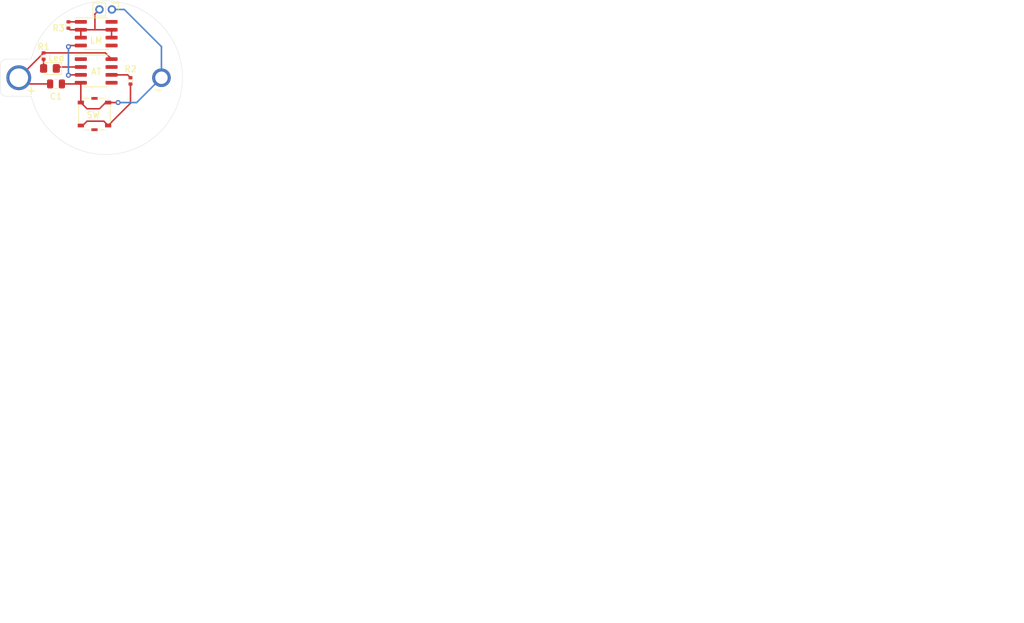
<source format=kicad_pcb>
(kicad_pcb (version 20171130) (host pcbnew "(5.1.12)-1")

  (general
    (thickness 1.6)
    (drawings 11)
    (tracks 46)
    (zones 0)
    (modules 11)
    (nets 13)
  )

  (page A4)
  (layers
    (0 F.Cu signal)
    (31 B.Cu signal)
    (32 B.Adhes user hide)
    (33 F.Adhes user hide)
    (34 B.Paste user hide)
    (35 F.Paste user hide)
    (36 B.SilkS user)
    (37 F.SilkS user)
    (38 B.Mask user)
    (39 F.Mask user)
    (40 Dwgs.User user hide)
    (41 Cmts.User user hide)
    (42 Eco1.User user hide)
    (43 Eco2.User user hide)
    (44 Edge.Cuts user)
    (45 Margin user hide)
    (46 B.CrtYd user hide)
    (47 F.CrtYd user hide)
    (48 B.Fab user hide)
    (49 F.Fab user hide)
  )

  (setup
    (last_trace_width 0.25)
    (trace_clearance 0.2)
    (zone_clearance 0.508)
    (zone_45_only no)
    (trace_min 0.2)
    (via_size 0.8)
    (via_drill 0.4)
    (via_min_size 0.4)
    (via_min_drill 0.3)
    (uvia_size 0.3)
    (uvia_drill 0.1)
    (uvias_allowed no)
    (uvia_min_size 0.2)
    (uvia_min_drill 0.1)
    (edge_width 0.05)
    (segment_width 0.2)
    (pcb_text_width 0.3)
    (pcb_text_size 1.5 1.5)
    (mod_edge_width 0.12)
    (mod_text_size 1 1)
    (mod_text_width 0.15)
    (pad_size 3 3)
    (pad_drill 2)
    (pad_to_mask_clearance 0)
    (aux_axis_origin 0 0)
    (visible_elements FFFFFF7F)
    (pcbplotparams
      (layerselection 0x010f0_ffffffff)
      (usegerberextensions false)
      (usegerberattributes true)
      (usegerberadvancedattributes true)
      (creategerberjobfile true)
      (excludeedgelayer true)
      (linewidth 0.100000)
      (plotframeref false)
      (viasonmask true)
      (mode 1)
      (useauxorigin false)
      (hpglpennumber 1)
      (hpglpenspeed 20)
      (hpglpendiameter 15.000000)
      (psnegative false)
      (psa4output false)
      (plotreference true)
      (plotvalue true)
      (plotinvisibletext false)
      (padsonsilk false)
      (subtractmaskfromsilk false)
      (outputformat 1)
      (mirror false)
      (drillshape 0)
      (scaleselection 1)
      (outputdirectory "gerber and drill files/"))
  )

  (net 0 "")
  (net 1 "Net-(AT1-Pad1)")
  (net 2 "Net-(AT1-Pad2)")
  (net 3 "Net-(AT1-Pad3)")
  (net 4 GND)
  (net 5 "Net-(AT1-Pad5)")
  (net 6 "Net-(AT1-Pad6)")
  (net 7 "Net-(AT1-Pad7)")
  (net 8 +3V3)
  (net 9 "Net-(LED1-Pad2)")
  (net 10 "Net-(LM1-Pad2)")
  (net 11 "Net-(LM1-Pad1)")
  (net 12 "Net-(R2-Pad1)")

  (net_class Default "This is the default net class."
    (clearance 0.2)
    (trace_width 0.25)
    (via_dia 0.8)
    (via_drill 0.4)
    (uvia_dia 0.3)
    (uvia_drill 0.1)
    (add_net +3V3)
    (add_net GND)
    (add_net "Net-(AT1-Pad1)")
    (add_net "Net-(AT1-Pad2)")
    (add_net "Net-(AT1-Pad3)")
    (add_net "Net-(AT1-Pad5)")
    (add_net "Net-(AT1-Pad6)")
    (add_net "Net-(AT1-Pad7)")
    (add_net "Net-(LED1-Pad2)")
    (add_net "Net-(LM1-Pad1)")
    (add_net "Net-(LM1-Pad2)")
    (add_net "Net-(R2-Pad1)")
  )

  (module Battery:BatteryHolder_Keystone_105_1x2430 (layer F.Cu) (tedit 62588CB0) (tstamp 62589211)
    (at 120 86)
    (descr http://www.keyelco.com/product-pdf.cfm?p=745)
    (tags "Keystone type 105 battery holder")
    (path /6258AB53)
    (fp_text reference " " (at 3 2) (layer F.SilkS)
      (effects (font (size 1 1) (thickness 0.15)))
    )
    (fp_text value 3.3V (at 0 2.54) (layer F.Fab) hide
      (effects (font (size 1 1) (thickness 0.15)))
    )
    (fp_line (start 0 -1.3) (end 0 1.3) (layer F.Fab) (width 0.1))
    (fp_text user + (at 2 2) (layer F.SilkS)
      (effects (font (size 1.5 1.5) (thickness 0.15)))
    )
    (fp_text user %R (at 0 0) (layer F.Fab) hide
      (effects (font (size 1 1) (thickness 0.15)))
    )
    (pad 2 thru_hole circle (at 22.99 0) (size 3 3) (drill 2) (layers *.Cu *.Mask)
      (net 4 GND))
    (pad 1 thru_hole circle (at 0 0) (size 4 4) (drill 3) (layers *.Cu *.Mask)
      (net 8 +3V3))
    (model ${KISYS3DMOD}/Battery.3dshapes/BatteryHolder_Keystone_105_1x2430.wrl
      (at (xyz 0 0 0))
      (scale (xyz 1 1 1))
      (rotate (xyz 0 0 0))
    )
  )

  (module "" (layer F.Cu) (tedit 0) (tstamp 0)
    (at 146 87)
    (fp_text reference "" (at 132.475 86.635) (layer F.SilkS)
      (effects (font (size 1.27 1.27) (thickness 0.15)))
    )
    (fp_text value "" (at 132.475 86.635) (layer F.SilkS)
      (effects (font (size 1.27 1.27) (thickness 0.15)))
    )
    (fp_text user "200 Ω" (at 133.475 85.635) (layer F.Fab)
      (effects (font (size 1 1) (thickness 0.15)))
    )
  )

  (module Button_Switch_SMD:SW_SPST_Panasonic_EVQPL_3PL_5PL_PT_A15 (layer F.Cu) (tedit 5A02FC95) (tstamp 625892B2)
    (at 132.2 91.85 270)
    (descr "Light Touch Switch, http://industrial.panasonic.com/cdbs/www-data/pdf/ATK0000/ATK0000CE3.pdf")
    (tags "SMD SMT SPST EVQPL EVQPT")
    (path /62595B96)
    (attr smd)
    (fp_text reference SW (at 0.15 0.2 180) (layer F.SilkS)
      (effects (font (size 1 1) (thickness 0.15)))
    )
    (fp_text value " " (at 0 4 90) (layer F.Fab)
      (effects (font (size 1 1) (thickness 0.15)))
    )
    (fp_line (start -3.25 3.2) (end 3.25 3.2) (layer F.CrtYd) (width 0.05))
    (fp_line (start -3.25 -3.2) (end 3.25 -3.2) (layer F.CrtYd) (width 0.05))
    (fp_line (start 3.25 3.2) (end 3.25 -3.2) (layer F.CrtYd) (width 0.05))
    (fp_line (start 2.55 0.675) (end 2.55 1.7) (layer F.SilkS) (width 0.12))
    (fp_line (start 2.55 -1.7) (end 2.55 -0.675) (layer F.SilkS) (width 0.12))
    (fp_line (start -2.55 0.675) (end -2.55 1.7) (layer F.SilkS) (width 0.12))
    (fp_line (start -1.375 2.55) (end 1.375 2.55) (layer F.SilkS) (width 0.12))
    (fp_line (start -2.45 -2.45) (end -2.45 2.45) (layer F.Fab) (width 0.1))
    (fp_line (start -2.45 -2.45) (end 2.45 -2.45) (layer F.Fab) (width 0.1))
    (fp_line (start 2.45 -2.45) (end 2.45 2.45) (layer F.Fab) (width 0.1))
    (fp_line (start 2.45 2.45) (end -2.45 2.45) (layer F.Fab) (width 0.1))
    (fp_circle (center 0 0) (end 1.2 0) (layer F.Fab) (width 0.1))
    (fp_line (start -1.375 -2.55) (end 1.375 -2.55) (layer F.SilkS) (width 0.12))
    (fp_line (start -2.55 -1.7) (end -2.55 -0.675) (layer F.SilkS) (width 0.12))
    (fp_line (start -3.25 3.2) (end -3.25 -3.2) (layer F.CrtYd) (width 0.05))
    (fp_text user %R (at 0 -4 90) (layer F.Fab)
      (effects (font (size 1 1) (thickness 0.15)))
    )
    (pad 1 smd rect (at -1.85 2.2 270) (size 0.6 1) (layers F.Cu F.Paste F.Mask)
      (net 4 GND))
    (pad 1 smd rect (at -1.85 -2.2 270) (size 0.6 1) (layers F.Cu F.Paste F.Mask)
      (net 4 GND))
    (pad 2 smd rect (at 1.85 -2.2 270) (size 0.6 1) (layers F.Cu F.Paste F.Mask)
      (net 12 "Net-(R2-Pad1)"))
    (pad 2 smd rect (at 1.85 2.2 270) (size 0.6 1) (layers F.Cu F.Paste F.Mask)
      (net 12 "Net-(R2-Pad1)"))
    (pad 0 smd rect (at -2.525 0 270) (size 0.45 1) (layers F.Cu F.Paste F.Mask))
    (pad 0 smd rect (at 2.525 0 270) (size 0.45 1) (layers F.Cu F.Paste F.Mask))
    (model ${KISYS3DMOD}/Button_Switch_SMD.3dshapes/SW_SPST_Panasonic_EVQPL_3PL_5PL_PT_A15.wrl
      (at (xyz 0 0 0))
      (scale (xyz 1 1 1))
      (rotate (xyz 0 0 0))
    )
  )

  (module Package_SO:SOIC-8_3.9x4.9mm_P1.27mm (layer F.Cu) (tedit 5D9F72B1) (tstamp 625891E2)
    (at 132.475 84.905)
    (descr "SOIC, 8 Pin (JEDEC MS-012AA, https://www.analog.com/media/en/package-pcb-resources/package/pkg_pdf/soic_narrow-r/r_8.pdf), generated with kicad-footprint-generator ipc_gullwing_generator.py")
    (tags "SOIC SO")
    (path /62589A77)
    (attr smd)
    (fp_text reference AT (at 0 0.095) (layer F.SilkS)
      (effects (font (size 1 1) (thickness 0.15)))
    )
    (fp_text value ATtiny13V-10SSU (at 0 3.4) (layer F.Fab)
      (effects (font (size 1 1) (thickness 0.15)))
    )
    (fp_line (start 3.7 -2.7) (end -3.7 -2.7) (layer F.CrtYd) (width 0.05))
    (fp_line (start 3.7 2.7) (end 3.7 -2.7) (layer F.CrtYd) (width 0.05))
    (fp_line (start -3.7 2.7) (end 3.7 2.7) (layer F.CrtYd) (width 0.05))
    (fp_line (start -3.7 -2.7) (end -3.7 2.7) (layer F.CrtYd) (width 0.05))
    (fp_line (start -1.95 -1.475) (end -0.975 -2.45) (layer F.Fab) (width 0.1))
    (fp_line (start -1.95 2.45) (end -1.95 -1.475) (layer F.Fab) (width 0.1))
    (fp_line (start 1.95 2.45) (end -1.95 2.45) (layer F.Fab) (width 0.1))
    (fp_line (start 1.95 -2.45) (end 1.95 2.45) (layer F.Fab) (width 0.1))
    (fp_line (start -0.975 -2.45) (end 1.95 -2.45) (layer F.Fab) (width 0.1))
    (fp_line (start 0 -2.56) (end -3.45 -2.56) (layer F.SilkS) (width 0.12))
    (fp_line (start 0 -2.56) (end 1.95 -2.56) (layer F.SilkS) (width 0.12))
    (fp_line (start 0 2.56) (end -1.95 2.56) (layer F.SilkS) (width 0.12))
    (fp_line (start 0 2.56) (end 1.95 2.56) (layer F.SilkS) (width 0.12))
    (fp_text user %R (at 0 0) (layer F.Fab)
      (effects (font (size 0.98 0.98) (thickness 0.15)))
    )
    (pad 1 smd roundrect (at -2.475 -1.905) (size 1.95 0.6) (layers F.Cu F.Paste F.Mask) (roundrect_rratio 0.25)
      (net 1 "Net-(AT1-Pad1)"))
    (pad 2 smd roundrect (at -2.475 -0.635) (size 1.95 0.6) (layers F.Cu F.Paste F.Mask) (roundrect_rratio 0.25)
      (net 2 "Net-(AT1-Pad2)"))
    (pad 3 smd roundrect (at -2.475 0.635) (size 1.95 0.6) (layers F.Cu F.Paste F.Mask) (roundrect_rratio 0.25)
      (net 3 "Net-(AT1-Pad3)"))
    (pad 4 smd roundrect (at -2.475 1.905) (size 1.95 0.6) (layers F.Cu F.Paste F.Mask) (roundrect_rratio 0.25)
      (net 4 GND))
    (pad 5 smd roundrect (at 2.475 1.905) (size 1.95 0.6) (layers F.Cu F.Paste F.Mask) (roundrect_rratio 0.25)
      (net 5 "Net-(AT1-Pad5)"))
    (pad 6 smd roundrect (at 2.475 0.635) (size 1.95 0.6) (layers F.Cu F.Paste F.Mask) (roundrect_rratio 0.25)
      (net 6 "Net-(AT1-Pad6)"))
    (pad 7 smd roundrect (at 2.475 -0.635) (size 1.95 0.6) (layers F.Cu F.Paste F.Mask) (roundrect_rratio 0.25)
      (net 7 "Net-(AT1-Pad7)"))
    (pad 8 smd roundrect (at 2.475 -1.905) (size 1.95 0.6) (layers F.Cu F.Paste F.Mask) (roundrect_rratio 0.25)
      (net 8 +3V3))
    (model ${KISYS3DMOD}/Package_SO.3dshapes/SOIC-8_3.9x4.9mm_P1.27mm.wrl
      (at (xyz 0 0 0))
      (scale (xyz 1 1 1))
      (rotate (xyz 0 0 0))
    )
  )

  (module Capacitor_SMD:C_0805_2012Metric (layer F.Cu) (tedit 5F68FEEE) (tstamp 62589222)
    (at 126 87)
    (descr "Capacitor SMD 0805 (2012 Metric), square (rectangular) end terminal, IPC_7351 nominal, (Body size source: IPC-SM-782 page 76, https://www.pcb-3d.com/wordpress/wp-content/uploads/ipc-sm-782a_amendment_1_and_2.pdf, https://docs.google.com/spreadsheets/d/1BsfQQcO9C6DZCsRaXUlFlo91Tg2WpOkGARC1WS5S8t0/edit?usp=sharing), generated with kicad-footprint-generator")
    (tags capacitor)
    (path /625977F0)
    (attr smd)
    (fp_text reference C1 (at 0 2) (layer F.SilkS)
      (effects (font (size 1 1) (thickness 0.15)))
    )
    (fp_text value "1 μF" (at 0 1.68) (layer F.Fab)
      (effects (font (size 1 1) (thickness 0.15)))
    )
    (fp_line (start 1.7 0.98) (end -1.7 0.98) (layer F.CrtYd) (width 0.05))
    (fp_line (start 1.7 -0.98) (end 1.7 0.98) (layer F.CrtYd) (width 0.05))
    (fp_line (start -1.7 -0.98) (end 1.7 -0.98) (layer F.CrtYd) (width 0.05))
    (fp_line (start -1.7 0.98) (end -1.7 -0.98) (layer F.CrtYd) (width 0.05))
    (fp_line (start -0.261252 0.735) (end 0.261252 0.735) (layer F.SilkS) (width 0.12))
    (fp_line (start -0.261252 -0.735) (end 0.261252 -0.735) (layer F.SilkS) (width 0.12))
    (fp_line (start 1 0.625) (end -1 0.625) (layer F.Fab) (width 0.1))
    (fp_line (start 1 -0.625) (end 1 0.625) (layer F.Fab) (width 0.1))
    (fp_line (start -1 -0.625) (end 1 -0.625) (layer F.Fab) (width 0.1))
    (fp_line (start -1 0.625) (end -1 -0.625) (layer F.Fab) (width 0.1))
    (fp_text user %R (at 0 0) (layer F.Fab)
      (effects (font (size 0.5 0.5) (thickness 0.08)))
    )
    (pad 1 smd roundrect (at -0.95 0) (size 1 1.45) (layers F.Cu F.Paste F.Mask) (roundrect_rratio 0.25)
      (net 8 +3V3))
    (pad 2 smd roundrect (at 0.95 0) (size 1 1.45) (layers F.Cu F.Paste F.Mask) (roundrect_rratio 0.25)
      (net 4 GND))
    (model ${KISYS3DMOD}/Capacitor_SMD.3dshapes/C_0805_2012Metric.wrl
      (at (xyz 0 0 0))
      (scale (xyz 1 1 1))
      (rotate (xyz 0 0 0))
    )
  )

  (module LED_SMD:LED_0805_2012Metric_Pad1.15x1.40mm_HandSolder (layer F.Cu) (tedit 5F68FEF1) (tstamp 62589235)
    (at 125.025 84.5 180)
    (descr "LED SMD 0805 (2012 Metric), square (rectangular) end terminal, IPC_7351 nominal, (Body size source: https://docs.google.com/spreadsheets/d/1BsfQQcO9C6DZCsRaXUlFlo91Tg2WpOkGARC1WS5S8t0/edit?usp=sharing), generated with kicad-footprint-generator")
    (tags "LED handsolder")
    (path /6258E4E1)
    (attr smd)
    (fp_text reference Led (at -1.025 1.7) (layer F.SilkS)
      (effects (font (size 1 1) (thickness 0.15)))
    )
    (fp_text value Red (at 0 1.65) (layer F.Fab)
      (effects (font (size 1 1) (thickness 0.15)))
    )
    (fp_line (start 1.85 0.95) (end -1.85 0.95) (layer F.CrtYd) (width 0.05))
    (fp_line (start 1.85 -0.95) (end 1.85 0.95) (layer F.CrtYd) (width 0.05))
    (fp_line (start -1.85 -0.95) (end 1.85 -0.95) (layer F.CrtYd) (width 0.05))
    (fp_line (start -1.85 0.95) (end -1.85 -0.95) (layer F.CrtYd) (width 0.05))
    (fp_line (start -1.86 0.96) (end 1 0.96) (layer F.SilkS) (width 0.12))
    (fp_line (start -1.86 -0.96) (end -1.86 0.96) (layer F.SilkS) (width 0.12))
    (fp_line (start 1 -0.96) (end -1.86 -0.96) (layer F.SilkS) (width 0.12))
    (fp_line (start 1 0.6) (end 1 -0.6) (layer F.Fab) (width 0.1))
    (fp_line (start -1 0.6) (end 1 0.6) (layer F.Fab) (width 0.1))
    (fp_line (start -1 -0.3) (end -1 0.6) (layer F.Fab) (width 0.1))
    (fp_line (start -0.7 -0.6) (end -1 -0.3) (layer F.Fab) (width 0.1))
    (fp_line (start 1 -0.6) (end -0.7 -0.6) (layer F.Fab) (width 0.1))
    (fp_text user %R (at 0 0) (layer F.Fab)
      (effects (font (size 0.5 0.5) (thickness 0.08)))
    )
    (pad 1 smd roundrect (at -1.025 0 180) (size 1.15 1.4) (layers F.Cu F.Paste F.Mask) (roundrect_rratio 0.2173904347826087)
      (net 2 "Net-(AT1-Pad2)"))
    (pad 2 smd roundrect (at 1.025 0 180) (size 1.15 1.4) (layers F.Cu F.Paste F.Mask) (roundrect_rratio 0.2173904347826087)
      (net 9 "Net-(LED1-Pad2)"))
    (model ${KISYS3DMOD}/LED_SMD.3dshapes/LED_0805_2012Metric.wrl
      (at (xyz 0 0 0))
      (scale (xyz 1 1 1))
      (rotate (xyz 0 0 0))
    )
  )

  (module Package_SO:SOIC-8_3.9x4.9mm_P1.27mm (layer F.Cu) (tedit 5D9F72B1) (tstamp 6258924F)
    (at 132.475 78.905)
    (descr "SOIC, 8 Pin (JEDEC MS-012AA, https://www.analog.com/media/en/package-pcb-resources/package/pkg_pdf/soic_narrow-r/r_8.pdf), generated with kicad-footprint-generator ipc_gullwing_generator.py")
    (tags "SOIC SO")
    (path /6258DB0B)
    (attr smd)
    (fp_text reference LM (at 0 1.095) (layer F.SilkS)
      (effects (font (size 1 1) (thickness 0.15)))
    )
    (fp_text value LM334M (at 0 3.4) (layer F.Fab)
      (effects (font (size 1 1) (thickness 0.15)))
    )
    (fp_text user %R (at 0 0) (layer F.Fab)
      (effects (font (size 0.98 0.98) (thickness 0.15)))
    )
    (fp_line (start 0 2.56) (end 1.95 2.56) (layer F.SilkS) (width 0.12))
    (fp_line (start 0 2.56) (end -1.95 2.56) (layer F.SilkS) (width 0.12))
    (fp_line (start 0 -2.56) (end 1.95 -2.56) (layer F.SilkS) (width 0.12))
    (fp_line (start 0 -2.56) (end -3.45 -2.56) (layer F.SilkS) (width 0.12))
    (fp_line (start -0.975 -2.45) (end 1.95 -2.45) (layer F.Fab) (width 0.1))
    (fp_line (start 1.95 -2.45) (end 1.95 2.45) (layer F.Fab) (width 0.1))
    (fp_line (start 1.95 2.45) (end -1.95 2.45) (layer F.Fab) (width 0.1))
    (fp_line (start -1.95 2.45) (end -1.95 -1.475) (layer F.Fab) (width 0.1))
    (fp_line (start -1.95 -1.475) (end -0.975 -2.45) (layer F.Fab) (width 0.1))
    (fp_line (start -3.7 -2.7) (end -3.7 2.7) (layer F.CrtYd) (width 0.05))
    (fp_line (start -3.7 2.7) (end 3.7 2.7) (layer F.CrtYd) (width 0.05))
    (fp_line (start 3.7 2.7) (end 3.7 -2.7) (layer F.CrtYd) (width 0.05))
    (fp_line (start 3.7 -2.7) (end -3.7 -2.7) (layer F.CrtYd) (width 0.05))
    (pad 8 smd roundrect (at 2.475 -1.905) (size 1.95 0.6) (layers F.Cu F.Paste F.Mask) (roundrect_rratio 0.25))
    (pad 7 smd roundrect (at 2.475 -0.635) (size 1.95 0.6) (layers F.Cu F.Paste F.Mask) (roundrect_rratio 0.25)
      (net 10 "Net-(LM1-Pad2)"))
    (pad 6 smd roundrect (at 2.475 0.635) (size 1.95 0.6) (layers F.Cu F.Paste F.Mask) (roundrect_rratio 0.25)
      (net 10 "Net-(LM1-Pad2)"))
    (pad 5 smd roundrect (at 2.475 1.905) (size 1.95 0.6) (layers F.Cu F.Paste F.Mask) (roundrect_rratio 0.25))
    (pad 4 smd roundrect (at -2.475 1.905) (size 1.95 0.6) (layers F.Cu F.Paste F.Mask) (roundrect_rratio 0.25)
      (net 3 "Net-(AT1-Pad3)"))
    (pad 3 smd roundrect (at -2.475 0.635) (size 1.95 0.6) (layers F.Cu F.Paste F.Mask) (roundrect_rratio 0.25)
      (net 10 "Net-(LM1-Pad2)"))
    (pad 2 smd roundrect (at -2.475 -0.635) (size 1.95 0.6) (layers F.Cu F.Paste F.Mask) (roundrect_rratio 0.25)
      (net 10 "Net-(LM1-Pad2)"))
    (pad 1 smd roundrect (at -2.475 -1.905) (size 1.95 0.6) (layers F.Cu F.Paste F.Mask) (roundrect_rratio 0.25)
      (net 11 "Net-(LM1-Pad1)"))
    (model ${KISYS3DMOD}/Package_SO.3dshapes/SOIC-8_3.9x4.9mm_P1.27mm.wrl
      (at (xyz 0 0 0))
      (scale (xyz 1 1 1))
      (rotate (xyz 0 0 0))
    )
  )

  (module Resistor_SMD:R_0402_1005Metric (layer F.Cu) (tedit 5F68FEEE) (tstamp 62589260)
    (at 124 82.51 270)
    (descr "Resistor SMD 0402 (1005 Metric), square (rectangular) end terminal, IPC_7351 nominal, (Body size source: IPC-SM-782 page 72, https://www.pcb-3d.com/wordpress/wp-content/uploads/ipc-sm-782a_amendment_1_and_2.pdf), generated with kicad-footprint-generator")
    (tags resistor)
    (path /6259CAD1)
    (attr smd)
    (fp_text reference R1 (at -1.51 0 180) (layer F.SilkS)
      (effects (font (size 1 1) (thickness 0.15)))
    )
    (fp_text value "1 kΩ" (at 0 1.17 90) (layer F.Fab)
      (effects (font (size 1 1) (thickness 0.15)))
    )
    (fp_line (start 0.93 0.47) (end -0.93 0.47) (layer F.CrtYd) (width 0.05))
    (fp_line (start 0.93 -0.47) (end 0.93 0.47) (layer F.CrtYd) (width 0.05))
    (fp_line (start -0.93 -0.47) (end 0.93 -0.47) (layer F.CrtYd) (width 0.05))
    (fp_line (start -0.93 0.47) (end -0.93 -0.47) (layer F.CrtYd) (width 0.05))
    (fp_line (start -0.153641 0.38) (end 0.153641 0.38) (layer F.SilkS) (width 0.12))
    (fp_line (start -0.153641 -0.38) (end 0.153641 -0.38) (layer F.SilkS) (width 0.12))
    (fp_line (start 0.525 0.27) (end -0.525 0.27) (layer F.Fab) (width 0.1))
    (fp_line (start 0.525 -0.27) (end 0.525 0.27) (layer F.Fab) (width 0.1))
    (fp_line (start -0.525 -0.27) (end 0.525 -0.27) (layer F.Fab) (width 0.1))
    (fp_line (start -0.525 0.27) (end -0.525 -0.27) (layer F.Fab) (width 0.1))
    (fp_text user %R (at 0 0 90) (layer F.Fab)
      (effects (font (size 0.26 0.26) (thickness 0.04)))
    )
    (pad 1 smd roundrect (at -0.51 0 270) (size 0.54 0.64) (layers F.Cu F.Paste F.Mask) (roundrect_rratio 0.25)
      (net 8 +3V3))
    (pad 2 smd roundrect (at 0.51 0 270) (size 0.54 0.64) (layers F.Cu F.Paste F.Mask) (roundrect_rratio 0.25)
      (net 9 "Net-(LED1-Pad2)"))
    (model ${KISYS3DMOD}/Resistor_SMD.3dshapes/R_0402_1005Metric.wrl
      (at (xyz 0 0 0))
      (scale (xyz 1 1 1))
      (rotate (xyz 0 0 0))
    )
  )

  (module Resistor_SMD:R_0402_1005Metric (layer F.Cu) (tedit 5F68FEEE) (tstamp 62589271)
    (at 138 86.51 90)
    (descr "Resistor SMD 0402 (1005 Metric), square (rectangular) end terminal, IPC_7351 nominal, (Body size source: IPC-SM-782 page 72, https://www.pcb-3d.com/wordpress/wp-content/uploads/ipc-sm-782a_amendment_1_and_2.pdf), generated with kicad-footprint-generator")
    (tags resistor)
    (path /6259D8D3)
    (attr smd)
    (fp_text reference R2 (at 1.91 0 180) (layer F.SilkS)
      (effects (font (size 1 1) (thickness 0.15)))
    )
    (fp_text value "200 Ω" (at -6 3 90) (layer F.Fab)
      (effects (font (size 1 1) (thickness 0.15)))
    )
    (fp_text user %R (at 0 0 90) (layer F.Fab)
      (effects (font (size 0.26 0.26) (thickness 0.04)))
    )
    (fp_line (start -0.525 0.27) (end -0.525 -0.27) (layer F.Fab) (width 0.1))
    (fp_line (start -0.525 -0.27) (end 0.525 -0.27) (layer F.Fab) (width 0.1))
    (fp_line (start 0.525 -0.27) (end 0.525 0.27) (layer F.Fab) (width 0.1))
    (fp_line (start 0.525 0.27) (end -0.525 0.27) (layer F.Fab) (width 0.1))
    (fp_line (start -0.153641 -0.38) (end 0.153641 -0.38) (layer F.SilkS) (width 0.12))
    (fp_line (start -0.153641 0.38) (end 0.153641 0.38) (layer F.SilkS) (width 0.12))
    (fp_line (start -0.93 0.47) (end -0.93 -0.47) (layer F.CrtYd) (width 0.05))
    (fp_line (start -0.93 -0.47) (end 0.93 -0.47) (layer F.CrtYd) (width 0.05))
    (fp_line (start 0.93 -0.47) (end 0.93 0.47) (layer F.CrtYd) (width 0.05))
    (fp_line (start 0.93 0.47) (end -0.93 0.47) (layer F.CrtYd) (width 0.05))
    (pad 2 smd roundrect (at 0.51 0 90) (size 0.54 0.64) (layers F.Cu F.Paste F.Mask) (roundrect_rratio 0.25)
      (net 6 "Net-(AT1-Pad6)"))
    (pad 1 smd roundrect (at -0.51 0 90) (size 0.54 0.64) (layers F.Cu F.Paste F.Mask) (roundrect_rratio 0.25)
      (net 12 "Net-(R2-Pad1)"))
    (model ${KISYS3DMOD}/Resistor_SMD.3dshapes/R_0402_1005Metric.wrl
      (at (xyz 0 0 0))
      (scale (xyz 1 1 1))
      (rotate (xyz 0 0 0))
    )
  )

  (module Resistor_SMD:R_0402_1005Metric (layer F.Cu) (tedit 5F68FEEE) (tstamp 62589282)
    (at 128 77.51 90)
    (descr "Resistor SMD 0402 (1005 Metric), square (rectangular) end terminal, IPC_7351 nominal, (Body size source: IPC-SM-782 page 72, https://www.pcb-3d.com/wordpress/wp-content/uploads/ipc-sm-782a_amendment_1_and_2.pdf), generated with kicad-footprint-generator")
    (tags resistor)
    (path /6259DAE7)
    (attr smd)
    (fp_text reference R3 (at -0.49 -1.6 180) (layer F.SilkS)
      (effects (font (size 1 1) (thickness 0.15)))
    )
    (fp_text value "680 Ω" (at 0 1.17 90) (layer F.Fab)
      (effects (font (size 1 1) (thickness 0.15)))
    )
    (fp_line (start 0.93 0.47) (end -0.93 0.47) (layer F.CrtYd) (width 0.05))
    (fp_line (start 0.93 -0.47) (end 0.93 0.47) (layer F.CrtYd) (width 0.05))
    (fp_line (start -0.93 -0.47) (end 0.93 -0.47) (layer F.CrtYd) (width 0.05))
    (fp_line (start -0.93 0.47) (end -0.93 -0.47) (layer F.CrtYd) (width 0.05))
    (fp_line (start -0.153641 0.38) (end 0.153641 0.38) (layer F.SilkS) (width 0.12))
    (fp_line (start -0.153641 -0.38) (end 0.153641 -0.38) (layer F.SilkS) (width 0.12))
    (fp_line (start 0.525 0.27) (end -0.525 0.27) (layer F.Fab) (width 0.1))
    (fp_line (start 0.525 -0.27) (end 0.525 0.27) (layer F.Fab) (width 0.1))
    (fp_line (start -0.525 -0.27) (end 0.525 -0.27) (layer F.Fab) (width 0.1))
    (fp_line (start -0.525 0.27) (end -0.525 -0.27) (layer F.Fab) (width 0.1))
    (fp_text user %R (at 0 0 90) (layer F.Fab)
      (effects (font (size 0.26 0.26) (thickness 0.04)))
    )
    (pad 1 smd roundrect (at -0.51 0 90) (size 0.54 0.64) (layers F.Cu F.Paste F.Mask) (roundrect_rratio 0.25)
      (net 10 "Net-(LM1-Pad2)"))
    (pad 2 smd roundrect (at 0.51 0 90) (size 0.54 0.64) (layers F.Cu F.Paste F.Mask) (roundrect_rratio 0.25)
      (net 11 "Net-(LM1-Pad1)"))
    (model ${KISYS3DMOD}/Resistor_SMD.3dshapes/R_0402_1005Metric.wrl
      (at (xyz 0 0 0))
      (scale (xyz 1 1 1))
      (rotate (xyz 0 0 0))
    )
  )

  (module Connector_PinHeader_2.00mm:PinHeader_1x02_P2.00mm_Vertical (layer F.Cu) (tedit 62587DA8) (tstamp 62589298)
    (at 135 75 270)
    (descr "Through hole straight pin header, 1x02, 2.00mm pitch, single row")
    (tags "Through hole pin header THT 1x02 2.00mm single row")
    (path /62592717)
    (fp_text reference " " (at 3 -2.06 90) (layer F.SilkS)
      (effects (font (size 1 1) (thickness 0.15)))
    )
    (fp_text value Conn (at -4 -7 90) (layer F.Fab)
      (effects (font (size 1 1) (thickness 0.15)))
    )
    (fp_line (start 1.5 -1.5) (end -1.5 -1.5) (layer F.CrtYd) (width 0.05))
    (fp_line (start 1.5 3.5) (end 1.5 -1.5) (layer F.CrtYd) (width 0.05))
    (fp_line (start -1.5 3.5) (end 1.5 3.5) (layer F.CrtYd) (width 0.05))
    (fp_line (start -1.5 -1.5) (end -1.5 3.5) (layer F.CrtYd) (width 0.05))
    (fp_line (start -1.06 -1.06) (end 0 -1.06) (layer F.SilkS) (width 0.12))
    (fp_line (start -1.06 0) (end -1.06 -1.06) (layer F.SilkS) (width 0.12))
    (fp_line (start -1.06 1) (end 1.06 1) (layer F.SilkS) (width 0.12))
    (fp_line (start 1.06 1) (end 1.06 3.06) (layer F.SilkS) (width 0.12))
    (fp_line (start -1.06 1) (end -1.06 3.06) (layer F.SilkS) (width 0.12))
    (fp_line (start -1.06 3.06) (end 1.06 3.06) (layer F.SilkS) (width 0.12))
    (fp_line (start -1 -0.5) (end -0.5 -1) (layer F.Fab) (width 0.1))
    (fp_line (start -1 3) (end -1 -0.5) (layer F.Fab) (width 0.1))
    (fp_line (start 1 3) (end -1 3) (layer F.Fab) (width 0.1))
    (fp_line (start 1 -1) (end 1 3) (layer F.Fab) (width 0.1))
    (fp_line (start -0.5 -1) (end 1 -1) (layer F.Fab) (width 0.1))
    (pad 1 thru_hole circle (at 0 0 270) (size 1.35 1.35) (drill 0.8) (layers *.Cu *.Mask)
      (net 4 GND))
    (pad 2 thru_hole oval (at 0 2 270) (size 1.35 1.35) (drill 0.8) (layers *.Cu *.Mask)
      (net 10 "Net-(LM1-Pad2)"))
    (model ${KISYS3DMOD}/Connector_PinHeader_2.00mm.3dshapes/PinHeader_1x02_P2.00mm_Vertical.wrl
      (at (xyz 0 0 0))
      (scale (xyz 1 1 1))
      (rotate (xyz 0 0 0))
    )
  )

  (gr_line (start 142 88) (end 143 88) (layer F.SilkS) (width 0.12))
  (gr_arc (start 118 88) (end 117 88) (angle -90) (layer Edge.Cuts) (width 0.05))
  (gr_arc (start 118 84) (end 118 83) (angle -90) (layer Edge.Cuts) (width 0.05))
  (gr_line (start 118 89) (end 122 89) (layer Edge.Cuts) (width 0.05))
  (gr_line (start 117 84) (end 117 88) (layer Edge.Cuts) (width 0.05))
  (gr_line (start 122.000001 83) (end 118 83) (layer Edge.Cuts) (width 0.05))
  (gr_line (start 117 89) (end 123 89) (layer Eco1.User) (width 0.15))
  (gr_arc (start 134 86) (end 122.000001 88.999999) (angle -331.9275131) (layer Edge.Cuts) (width 0.05))
  (gr_line (start 117 83) (end 117 89) (layer Eco1.User) (width 0.15))
  (gr_line (start 123 83) (end 117 83) (layer Eco1.User) (width 0.15))
  (gr_circle (center 134 86) (end 146 86) (layer Eco1.User) (width 0.15) (tstamp 62592234))

  (segment (start 126.28 84.27) (end 126.05 84.5) (width 0.25) (layer F.Cu) (net 2))
  (segment (start 130 84.27) (end 126.28 84.27) (width 0.25) (layer F.Cu) (net 2))
  (via (at 128 85.6) (size 0.8) (drill 0.4) (layers F.Cu B.Cu) (net 3))
  (segment (start 128.06 85.54) (end 128 85.6) (width 0.25) (layer F.Cu) (net 3))
  (segment (start 130 85.54) (end 128.06 85.54) (width 0.25) (layer F.Cu) (net 3))
  (via (at 128 81) (size 0.8) (drill 0.4) (layers F.Cu B.Cu) (net 3))
  (segment (start 128 85.6) (end 128 81) (width 0.25) (layer B.Cu) (net 3))
  (segment (start 128.19 80.81) (end 128 81) (width 0.25) (layer F.Cu) (net 3))
  (segment (start 130 80.81) (end 128.19 80.81) (width 0.25) (layer F.Cu) (net 3))
  (segment (start 129.81 87) (end 130 86.81) (width 0.25) (layer F.Cu) (net 4))
  (segment (start 126.95 87) (end 129.81 87) (width 0.25) (layer F.Cu) (net 4))
  (segment (start 136 90) (end 134.4 90) (width 0.25) (layer F.Cu) (net 4))
  (via (at 136 90) (size 0.8) (drill 0.4) (layers F.Cu B.Cu) (net 4))
  (segment (start 130 90) (end 131 91) (width 0.25) (layer F.Cu) (net 4))
  (segment (start 134.4 90) (end 134 90) (width 0.25) (layer F.Cu) (net 4))
  (segment (start 133 91) (end 131 91) (width 0.25) (layer F.Cu) (net 4))
  (segment (start 134 90) (end 133 91) (width 0.25) (layer F.Cu) (net 4))
  (segment (start 130 86.81) (end 130 90) (width 0.25) (layer F.Cu) (net 4))
  (segment (start 138.99 90) (end 142.99 86) (width 0.25) (layer B.Cu) (net 4))
  (segment (start 136 90) (end 138.99 90) (width 0.25) (layer B.Cu) (net 4))
  (segment (start 142.99 86) (end 142.99 80.99) (width 0.25) (layer B.Cu) (net 4))
  (segment (start 137 75) (end 135 75) (width 0.25) (layer B.Cu) (net 4))
  (segment (start 142.99 80.99) (end 137 75) (width 0.25) (layer B.Cu) (net 4))
  (segment (start 137.54 85.54) (end 138 86) (width 0.25) (layer F.Cu) (net 6))
  (segment (start 134.95 85.54) (end 137.54 85.54) (width 0.25) (layer F.Cu) (net 6))
  (segment (start 121 87) (end 120 86) (width 0.25) (layer F.Cu) (net 8))
  (segment (start 125.05 87) (end 121 87) (width 0.25) (layer F.Cu) (net 8))
  (segment (start 124 82) (end 120 86) (width 0.25) (layer F.Cu) (net 8))
  (segment (start 133.95 82) (end 134.95 83) (width 0.25) (layer F.Cu) (net 8))
  (segment (start 124 82) (end 133.95 82) (width 0.25) (layer F.Cu) (net 8))
  (segment (start 124 83.02) (end 124 84.5) (width 0.25) (layer F.Cu) (net 9))
  (segment (start 128.25 78.27) (end 128 78.02) (width 0.25) (layer F.Cu) (net 10))
  (segment (start 130 78.27) (end 128.25 78.27) (width 0.25) (layer F.Cu) (net 10))
  (segment (start 130 78.27) (end 130 79.54) (width 0.25) (layer F.Cu) (net 10))
  (segment (start 134.95 78.27) (end 134.95 79.54) (width 0.25) (layer F.Cu) (net 10))
  (segment (start 134.95 78.27) (end 132.27 78.27) (width 0.25) (layer F.Cu) (net 10))
  (segment (start 132.27 78.27) (end 130 78.27) (width 0.25) (layer F.Cu) (net 10))
  (segment (start 132.27 75.73) (end 133 75) (width 0.25) (layer F.Cu) (net 10))
  (segment (start 132.27 78.27) (end 132.27 75.73) (width 0.25) (layer F.Cu) (net 10))
  (segment (start 128 77) (end 130 77) (width 0.25) (layer F.Cu) (net 11))
  (segment (start 130 93.7) (end 130.3 93.7) (width 0.25) (layer F.Cu) (net 12))
  (segment (start 130.3 93.7) (end 131 93) (width 0.25) (layer F.Cu) (net 12))
  (segment (start 133.7 93) (end 134.4 93.7) (width 0.25) (layer F.Cu) (net 12))
  (segment (start 131 93) (end 133.7 93) (width 0.25) (layer F.Cu) (net 12))
  (segment (start 138 90.1) (end 138 87.02) (width 0.25) (layer F.Cu) (net 12))
  (segment (start 134.4 93.7) (end 138 90.1) (width 0.25) (layer F.Cu) (net 12))

)

</source>
